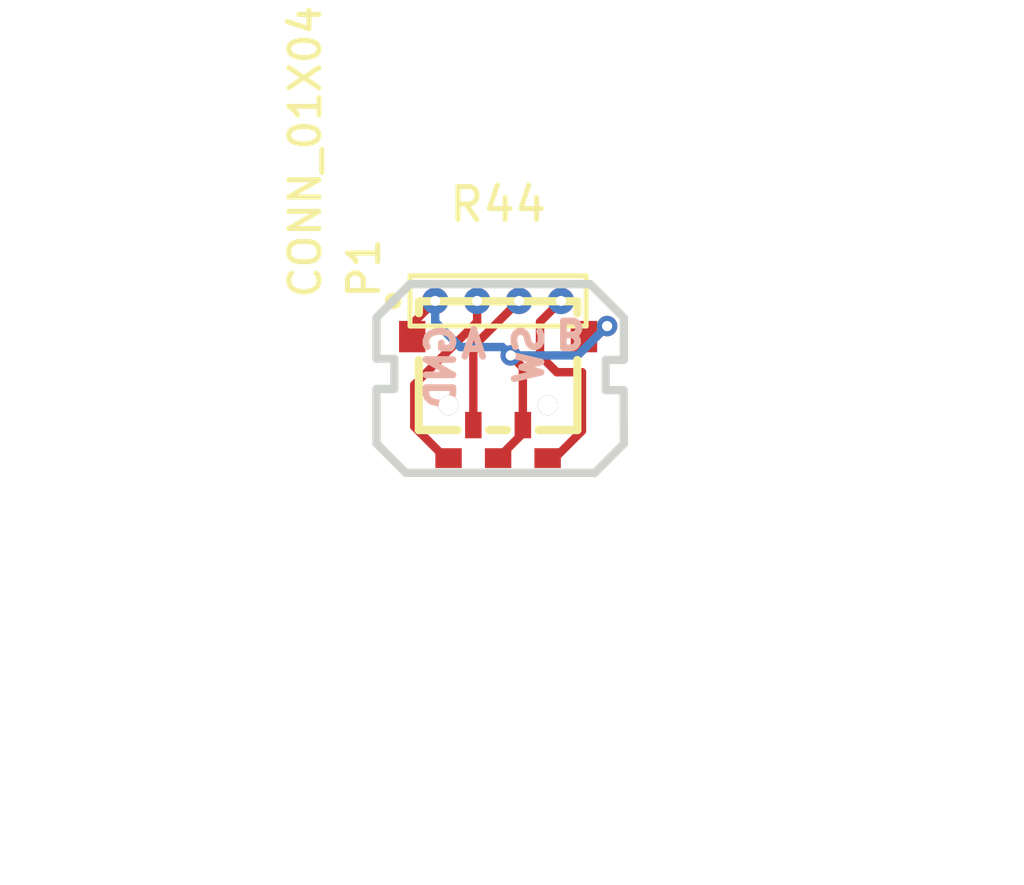
<source format=kicad_pcb>
(kicad_pcb (version 20241229) (generator "pcbnew") (generator_version "9.0")
  (layers (0 "F.Cu" signal "TopLayer") (2 "B.Cu" signal "BottomLayer") (13 "F.Paste" user "TopPasteMaskLayer") (15 "B.Paste" user "BottomPasteMaskLayer") (5 "F.SilkS" user "TopSilkLayer") (7 "B.SilkS" user "BottomSilkLayer") (1 "F.Mask" user "TopSolderMaskLayer") (3 "B.Mask" user "BottomSolderMaskLayer") (25 "Edge.Cuts" user "BoardOutLine"))
  (net 0 "")
  (net 1 "GND")
  (net 2 "/B")
  (net 3 "/A")
  (net 4 "/SW")
  (footprint "BackupProjects_mgohren_personal_1_20251228:01X04P 1.27MM" (layer "F.Cu") (at 149.906 100.498 90)
    (property "Reference" "P1" (at 0 -3.9624 90) (layer "F.SilkS") (effects (font (size 0.9144 0.9144) (thickness 0.1524)) (justify left top)))
    (property "Value" "CONN_01X04" (at 0 -5.7404 90) (layer "F.SilkS") (effects (font (size 0.9144 0.9144) (thickness 0.1524)) (justify left top)))
    (fp_line (start 0.762 -2.032) (end 0.762 3.302) (stroke (width 0.152)) (layer "F.SilkS"))
    (fp_line (start -0.762 -2.032) (end 0.762 -2.032) (stroke (width 0.152)) (layer "F.SilkS"))
    (fp_line (start 0.762 3.302) (end -0.762 3.302) (stroke (width 0.152)) (layer "F.SilkS"))
    (fp_line (start -0.762 3.302) (end -0.762 -2.032) (stroke (width 0.152)) (layer "F.SilkS"))
    (fp_circle (center 0 -2.54) (end 0 -2.413) (stroke (width 0.254)) (fill no) (layer "F.SilkS"))
    (pad "1" thru_hole oval (at 0 2.54 90) (size 0.8 0.8) (drill 0.305) (layers "*.Cu" "*.Mask") (net 2 "/B"))
    (pad "2" thru_hole oval (at 0 1.27 90) (size 0.8 0.8) (drill 0.305) (layers "*.Cu" "*.Mask") (net 4 "/SW"))
    (pad "3" thru_hole oval (at 0 0 90) (size 0.8 0.8) (drill 0.305) (layers "*.Cu" "*.Mask") (net 3 "/A"))
    (pad "4" thru_hole oval (at 0 -1.27 90) (size 0.8 0.8) (drill 0.305) (layers "*.Cu" "*.Mask") (net 1 "GND"))
  )
  (footprint "easyeda2kicad:RES-ADJ-SMD_GT-EVA01AA-L1" (layer "F.Cu") (at 150.541 103.419)
    (property "Reference" "R44" (at 0 -5.84 0) (layer "F.SilkS"))
    (property "Value" "GT-EVA01AA-L1")
    (fp_line (start -2.4 -2.91) (end 2.4 -2.91) (stroke (width 0.25)) (layer "F.SilkS"))
    (fp_line (start -2.4 -2.55) (end -2.4 -2.84) (stroke (width 0.25)) (layer "F.SilkS"))
    (fp_line (start -2.4 0.99) (end -2.4 -1.13) (stroke (width 0.25)) (layer "F.SilkS"))
    (fp_line (start -1.23 0.99) (end -2.4 0.99) (stroke (width 0.25)) (layer "F.SilkS"))
    (fp_line (start 0.27 0.99) (end -0.27 0.99) (stroke (width 0.25)) (layer "F.SilkS"))
    (fp_line (start 2.4 -2.91) (end 2.4 -2.55) (stroke (width 0.25)) (layer "F.SilkS"))
    (fp_line (start 2.4 -1.13) (end 2.4 0.99) (stroke (width 0.25)) (layer "F.SilkS"))
    (fp_line (start 2.4 0.99) (end 1.23 0.99) (stroke (width 0.25)) (layer "F.SilkS"))
    (pad "" thru_hole circle (at -1.5 0.24) (size 0.6 0.6) (drill 0.6) (layers "*.Cu" "*.Mask"))
    (pad "" thru_hole circle (at 1.5 0.24) (size 0.6 0.6) (drill 0.6) (layers "*.Cu" "*.Mask"))
    (pad "1" smd rect (at -2.6 -1.84 180) (size 0.8 0.95) (layers "F.Cu" "F.Mask" "F.Paste") (net 1 "GND"))
    (pad "2" smd rect (at 2.6 -1.84 180) (size 0.8 0.95) (layers "F.Cu" "F.Mask" "F.Paste") (net 1 "GND"))
    (pad "A" smd rect (at -1.5 1.84) (size 0.8 0.6) (layers "F.Cu" "F.Mask" "F.Paste") (net 3 "/A"))
    (pad "B" smd rect (at 1.5 1.84) (size 0.8 0.6) (layers "F.Cu" "F.Mask" "F.Paste") (net 2 "/B"))
    (pad "COM" smd rect (at 0 1.84) (size 0.8 0.6) (layers "F.Cu" "F.Mask" "F.Paste") (net 1 "GND"))
    (pad "D" smd rect (at 0.75 0.84 180) (size 0.5 0.8) (layers "F.Cu" "F.Mask" "F.Paste") (net 1 "GND"))
    (pad "E" smd rect (at -0.75 0.84 180) (size 0.5 0.8) (layers "F.Cu" "F.Mask" "F.Paste") (net 4 "/SW"))
  )
  (gr_line (start 146.858 103.165) (end 147.4 103.165) (stroke (width 0.254)) (layer "Edge.Cuts"))
  (gr_line (start 147.874 99.99) (end 153.335 99.99) (stroke (width 0.254)) (layer "Edge.Cuts"))
  (gr_line (start 147.4 102.25) (end 147.4 103.165) (stroke (width 0.254)) (layer "Edge.Cuts"))
  (gr_line (start 146.858 101.006) (end 146.858 102.25) (stroke (width 0.254)) (layer "Edge.Cuts"))
  (gr_line (start 146.858 104.816) (end 147.747 105.705) (stroke (width 0.254)) (layer "Edge.Cuts"))
  (gr_line (start 146.858 103.165) (end 146.858 104.816) (stroke (width 0.254)) (layer "Edge.Cuts"))
  (gr_line (start 153.8 103.2) (end 153.8 102.285) (stroke (width 0.25)) (layer "Edge.Cuts"))
  (gr_line (start 147.747 105.705) (end 153.462 105.705) (stroke (width 0.254)) (layer "Edge.Cuts"))
  (gr_line (start 146.858 102.25) (end 147.4 102.25) (stroke (width 0.24)) (layer "Edge.Cuts"))
  (gr_line (start 154.342 103.2) (end 154.35 104.8255) (stroke (width 0.254)) (layer "Edge.Cuts"))
  (gr_line (start 154.35 104.8255) (end 153.461 105.7145) (stroke (width 0.254)) (layer "Edge.Cuts"))
  (gr_line (start 147.874 99.99) (end 146.858 101.006) (stroke (width 0.254)) (layer "Edge.Cuts"))
  (gr_line (start 154.351 101.006) (end 153.335 99.99) (stroke (width 0.254)) (layer "Edge.Cuts"))
  (gr_line (start 154.342 103.2) (end 153.8 103.2) (stroke (width 0.254)) (layer "Edge.Cuts"))
  (gr_line (start 154.342 102.285) (end 153.8 102.285) (stroke (width 0.254)) (layer "Edge.Cuts"))
  (gr_line (start 154.351 101.006) (end 154.351 102.285) (stroke (width 0.254)) (layer "Edge.Cuts"))
  (gr_text "B" (at 152.192 101.9458 180) (layer "B.SilkS") (effects (font (size 0.8128 0.8128) (thickness 0.2032)) (justify left top mirror)))
  (gr_text "SW" (at 150.9982 101.133 90) (layer "B.SilkS") (effects (font (size 0.8128 0.8128) (thickness 0.2032)) (justify left top mirror)))
  (gr_text "GND" (at 148.3312 101.133 90) (layer "B.SilkS") (effects (font (size 0.8128 0.8128) (thickness 0.2032)) (justify left top mirror)))
  (gr_text "A" (at 150.287 101.3362 0) (layer "B.SilkS") (effects (font (size 0.8128 0.8128) (thickness 0.2032)) (justify left top mirror)))
  (segment (start 153.524 101.579) (end 153.843 101.26) (width 0.254) (layer "F.Cu") (net 1))
  (segment (start 153.141 101.579) (end 153.524 101.579) (width 0.254) (layer "F.Cu") (net 1))
  (segment (start 151.2911 104.259) (end 151.2911 102.5181) (width 0.254) (layer "F.Cu") (net 1))
  (segment (start 151.2911 102.5181) (end 150.922 102.149) (width 0.254) (layer "F.Cu") (net 1))
  (segment (start 151.2911 104.5089) (end 151.2911 104.259) (width 0.254) (layer "F.Cu") (net 1))
  (segment (start 147.9411 101.579) (end 147.9411 101.1929) (width 0.254) (layer "F.Cu") (net 1))
  (segment (start 147.9411 101.1929) (end 148.636 100.498) (width 0.254) (layer "F.Cu") (net 1))
  (segment (start 150.541 105.259) (end 151.2911 104.5089) (width 0.254) (layer "F.Cu") (net 1))
  (via (at 153.843 101.26) (size 0.62) (drill 0.31) (layers "F.Cu" "B.Cu") (net 1))
  (via (at 150.922 102.149) (size 0.62) (drill 0.31) (layers "F.Cu" "B.Cu") (net 1))
  (segment (start 148.636 100.498) (end 148.636 101.133) (width 0.254) (layer "B.Cu") (net 1))
  (segment (start 152.954 102.149) (end 153.843 101.26) (width 0.254) (layer "B.Cu") (net 1))
  (segment (start 150.668 101.895) (end 150.922 102.149) (width 0.254) (layer "B.Cu") (net 1))
  (segment (start 148.636 101.133) (end 149.398 101.895) (width 0.254) (layer "B.Cu") (net 1))
  (segment (start 149.398 101.895) (end 150.668 101.895) (width 0.254) (layer "B.Cu") (net 1))
  (segment (start 150.922 102.149) (end 152.954 102.149) (width 0.254) (layer "B.Cu") (net 1))
  (segment (start 151.811 101.133) (end 152.446 100.498) (width 0.254) (layer "F.Cu") (net 2))
  (segment (start 152.0411 105.259) (end 152.257 105.259) (width 0.254) (layer "F.Cu") (net 2))
  (segment (start 151.811 102.149) (end 151.811 101.133) (width 0.254) (layer "F.Cu") (net 2))
  (segment (start 152.319 102.657) (end 151.811 102.149) (width 0.254) (layer "F.Cu") (net 2))
  (segment (start 153.081 102.657) (end 152.319 102.657) (width 0.254) (layer "F.Cu") (net 2))
  (segment (start 152.257 105.259) (end 153.081 104.435) (width 0.254) (layer "F.Cu") (net 2))
  (segment (start 153.081 104.435) (end 153.081 102.657) (width 0.254) (layer "F.Cu") (net 2))
  (segment (start 148.001 103.038) (end 149.906 101.133) (width 0.254) (layer "F.Cu") (net 3))
  (segment (start 148.952 105.259) (end 148.001 104.308) (width 0.254) (layer "F.Cu") (net 3))
  (segment (start 149.906 101.133) (end 149.906 100.498) (width 0.254) (layer "F.Cu") (net 3))
  (segment (start 149.0411 105.259) (end 148.952 105.259) (width 0.254) (layer "F.Cu") (net 3))
  (segment (start 148.001 104.308) (end 148.001 103.038) (width 0.254) (layer "F.Cu") (net 3))
  (segment (start 149.7909 104.259) (end 149.7909 101.8831) (width 0.254) (layer "F.Cu") (net 4))
  (segment (start 149.7909 101.8831) (end 151.176 100.498) (width 0.254) (layer "F.Cu") (net 4))
)
</source>
